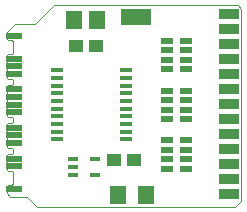
<source format=gts>
G04 EAGLE Gerber X2 export*
%TF.Part,Single*%
%TF.FileFunction,Other,solder mask top*%
%TF.FilePolarity,Positive*%
%TF.GenerationSoftware,Autodesk,EAGLE,9.6.2*%
%TF.CreationDate,2020-07-07T11:12:48Z*%
G75*
%MOMM*%
%FSLAX34Y34*%
%LPD*%
%INsolder mask top*%
%AMOC8*
5,1,8,0,0,1.08239X$1,22.5*%
G01*
%ADD10C,0.000000*%
%ADD11R,1.000000X0.600000*%
%ADD12R,1.371600X1.625600*%
%ADD13R,1.451600X0.551600*%
%ADD14R,2.641600X1.371600*%
%ADD15R,1.401600X1.601600*%
%ADD16R,1.201600X1.101600*%
%ADD17R,1.092200X0.406400*%
%ADD18R,0.901600X0.451600*%
%ADD19R,1.701600X0.901600*%


D10*
X0Y-23000D02*
X3000Y-26000D01*
X17000Y-26000D01*
X39750Y136500D02*
X195500Y136500D01*
X39750Y136500D02*
X23750Y120500D01*
X7000Y120500D01*
X0Y113500D01*
X0Y107500D01*
X0Y94000D02*
X0Y75000D01*
X1000Y74000D01*
X4000Y74000D01*
X5000Y73000D01*
X5000Y70000D02*
X4000Y69000D01*
X1000Y69000D01*
X0Y68000D01*
X5000Y70000D02*
X5000Y73000D01*
X0Y68000D02*
X0Y42500D01*
X1000Y41500D01*
X4000Y41500D01*
X5000Y40500D01*
X5000Y37500D02*
X4000Y36500D01*
X1000Y36500D01*
X0Y35500D01*
X5000Y37500D02*
X5000Y40500D01*
X0Y-16500D02*
X0Y-23000D01*
X0Y-3000D02*
X0Y9500D01*
X0Y16500D02*
X0Y35500D01*
X0Y-3000D02*
X1000Y-4000D01*
X4000Y-4000D02*
X5000Y-5000D01*
X4000Y-4000D02*
X1000Y-4000D01*
X5000Y-5000D02*
X5000Y-14500D01*
X4000Y-15500D01*
X1000Y-15500D01*
X0Y-16500D01*
X1000Y106500D02*
X0Y107500D01*
X1000Y106500D02*
X4000Y106500D01*
X5000Y105500D01*
X5000Y96000D01*
X4000Y95000D01*
X1000Y95000D01*
X0Y94000D01*
X0Y16500D02*
X1000Y15500D01*
X4000Y15500D01*
X5000Y14500D01*
X5000Y11500D01*
X4000Y10500D01*
X1000Y10500D01*
X0Y9500D01*
X17000Y-26000D02*
X25500Y-34500D01*
X193500Y-34500D01*
X198500Y-29500D01*
X198500Y133500D01*
X195500Y136500D01*
D11*
X135500Y106000D03*
X135500Y98000D03*
X135500Y90000D03*
X135500Y82000D03*
X151500Y82000D03*
X151500Y90000D03*
X151500Y98000D03*
X151500Y106000D03*
X135500Y64000D03*
X135500Y56000D03*
X135500Y48000D03*
X135500Y40000D03*
X151500Y40000D03*
X151500Y48000D03*
X151500Y56000D03*
X151500Y64000D03*
X135500Y22000D03*
X135500Y14000D03*
X135500Y6000D03*
X135500Y-2000D03*
X151500Y-2000D03*
X151500Y6000D03*
X151500Y14000D03*
X151500Y22000D03*
D12*
X94000Y-24750D03*
X118000Y-24750D03*
D13*
X6500Y0D03*
X6500Y6500D03*
X6500Y19500D03*
X6500Y26000D03*
X6500Y32500D03*
X6500Y45500D03*
X6500Y52000D03*
X6500Y58500D03*
X6500Y65000D03*
X6500Y78000D03*
X6500Y84500D03*
X6500Y91000D03*
X6500Y-19500D03*
X6500Y110500D03*
D14*
X109650Y125940D03*
D15*
X76000Y124000D03*
X57000Y124000D03*
D16*
X75500Y101500D03*
X58500Y101500D03*
D17*
X42322Y81250D03*
X42322Y74750D03*
X42322Y68250D03*
X42322Y61750D03*
X42322Y55250D03*
X42322Y48750D03*
X42322Y42250D03*
X42322Y35750D03*
X42322Y29250D03*
X42322Y22750D03*
X100678Y22750D03*
X100678Y29250D03*
X100678Y35750D03*
X100678Y42250D03*
X100678Y48750D03*
X100678Y55250D03*
X100678Y61750D03*
X100678Y68250D03*
X100678Y74750D03*
X100678Y81250D03*
D18*
X74750Y-7250D03*
X74750Y5750D03*
X55750Y5750D03*
X55750Y-750D03*
X55750Y-7250D03*
D16*
X91000Y5500D03*
X108000Y5500D03*
D19*
X188100Y128500D03*
X188100Y115800D03*
X188100Y103100D03*
X188100Y90400D03*
X188100Y77700D03*
X188100Y65000D03*
X188100Y52300D03*
X188100Y39600D03*
X188100Y26900D03*
X188100Y14200D03*
X188100Y1500D03*
X188100Y-11200D03*
X188100Y-23900D03*
M02*

</source>
